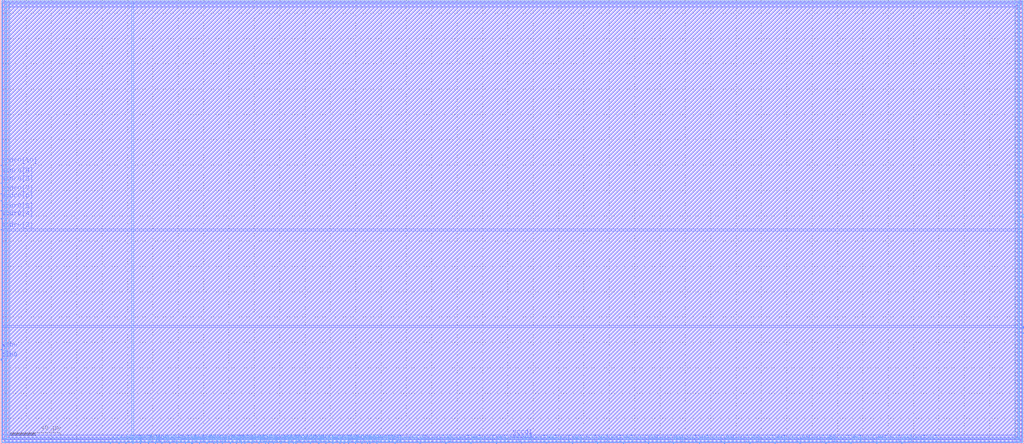
<source format=lef>
VERSION 5.4 ;
NAMESCASESENSITIVE ON ;
BUSBITCHARS "[]" ;
DIVIDERCHAR "/" ;
UNITS
  DATABASE MICRONS 2000 ;
END UNITS
MACRO sram_32_1024_sky130
   CLASS BLOCK ;
   SIZE 806.86 BY 350.58 ;
   SYMMETRY X Y R90 ;
   PIN din0[0]
      DIRECTION INPUT ;
      PORT
         LAYER met4 ;
         RECT  104.04 0.0 104.42 1.06 ;
      END
   END din0[0]
   PIN din0[1]
      DIRECTION INPUT ;
      PORT
         LAYER met4 ;
         RECT  110.16 0.0 110.54 1.06 ;
      END
   END din0[1]
   PIN din0[2]
      DIRECTION INPUT ;
      PORT
         LAYER met4 ;
         RECT  116.28 0.0 116.66 1.06 ;
      END
   END din0[2]
   PIN din0[3]
      DIRECTION INPUT ;
      PORT
         LAYER met4 ;
         RECT  121.72 0.0 122.1 1.06 ;
      END
   END din0[3]
   PIN din0[4]
      DIRECTION INPUT ;
      PORT
         LAYER met4 ;
         RECT  127.16 0.0 127.54 1.06 ;
      END
   END din0[4]
   PIN din0[5]
      DIRECTION INPUT ;
      PORT
         LAYER met4 ;
         RECT  133.28 0.0 133.66 1.06 ;
      END
   END din0[5]
   PIN din0[6]
      DIRECTION INPUT ;
      PORT
         LAYER met4 ;
         RECT  138.72 0.0 139.1 1.06 ;
      END
   END din0[6]
   PIN din0[7]
      DIRECTION INPUT ;
      PORT
         LAYER met4 ;
         RECT  145.52 0.0 145.9 1.06 ;
      END
   END din0[7]
   PIN din0[8]
      DIRECTION INPUT ;
      PORT
         LAYER met4 ;
         RECT  150.28 0.0 150.66 1.06 ;
      END
   END din0[8]
   PIN din0[9]
      DIRECTION INPUT ;
      PORT
         LAYER met4 ;
         RECT  156.4 0.0 156.78 1.06 ;
      END
   END din0[9]
   PIN din0[10]
      DIRECTION INPUT ;
      PORT
         LAYER met4 ;
         RECT  162.52 0.0 162.9 1.06 ;
      END
   END din0[10]
   PIN din0[11]
      DIRECTION INPUT ;
      PORT
         LAYER met4 ;
         RECT  167.96 0.0 168.34 1.06 ;
      END
   END din0[11]
   PIN din0[12]
      DIRECTION INPUT ;
      PORT
         LAYER met4 ;
         RECT  174.76 0.0 175.14 1.06 ;
      END
   END din0[12]
   PIN din0[13]
      DIRECTION INPUT ;
      PORT
         LAYER met4 ;
         RECT  180.88 0.0 181.26 1.06 ;
      END
   END din0[13]
   PIN din0[14]
      DIRECTION INPUT ;
      PORT
         LAYER met4 ;
         RECT  185.64 0.0 186.02 1.06 ;
      END
   END din0[14]
   PIN din0[15]
      DIRECTION INPUT ;
      PORT
         LAYER met4 ;
         RECT  192.44 0.0 192.82 1.06 ;
      END
   END din0[15]
   PIN din0[16]
      DIRECTION INPUT ;
      PORT
         LAYER met4 ;
         RECT  197.88 0.0 198.26 1.06 ;
      END
   END din0[16]
   PIN din0[17]
      DIRECTION INPUT ;
      PORT
         LAYER met4 ;
         RECT  203.32 0.0 203.7 1.06 ;
      END
   END din0[17]
   PIN din0[18]
      DIRECTION INPUT ;
      PORT
         LAYER met4 ;
         RECT  208.76 0.0 209.14 1.06 ;
      END
   END din0[18]
   PIN din0[19]
      DIRECTION INPUT ;
      PORT
         LAYER met4 ;
         RECT  214.88 0.0 215.26 1.06 ;
      END
   END din0[19]
   PIN din0[20]
      DIRECTION INPUT ;
      PORT
         LAYER met4 ;
         RECT  221.0 0.0 221.38 1.06 ;
      END
   END din0[20]
   PIN din0[21]
      DIRECTION INPUT ;
      PORT
         LAYER met4 ;
         RECT  227.12 0.0 227.5 1.06 ;
      END
   END din0[21]
   PIN din0[22]
      DIRECTION INPUT ;
      PORT
         LAYER met4 ;
         RECT  232.56 0.0 232.94 1.06 ;
      END
   END din0[22]
   PIN din0[23]
      DIRECTION INPUT ;
      PORT
         LAYER met4 ;
         RECT  238.0 0.0 238.38 1.06 ;
      END
   END din0[23]
   PIN din0[24]
      DIRECTION INPUT ;
      PORT
         LAYER met4 ;
         RECT  244.12 0.0 244.5 1.06 ;
      END
   END din0[24]
   PIN din0[25]
      DIRECTION INPUT ;
      PORT
         LAYER met4 ;
         RECT  250.92 0.0 251.3 1.06 ;
      END
   END din0[25]
   PIN din0[26]
      DIRECTION INPUT ;
      PORT
         LAYER met4 ;
         RECT  256.36 0.0 256.74 1.06 ;
      END
   END din0[26]
   PIN din0[27]
      DIRECTION INPUT ;
      PORT
         LAYER met4 ;
         RECT  261.8 0.0 262.18 1.06 ;
      END
   END din0[27]
   PIN din0[28]
      DIRECTION INPUT ;
      PORT
         LAYER met4 ;
         RECT  267.24 0.0 267.62 1.06 ;
      END
   END din0[28]
   PIN din0[29]
      DIRECTION INPUT ;
      PORT
         LAYER met4 ;
         RECT  274.04 0.0 274.42 1.06 ;
      END
   END din0[29]
   PIN din0[30]
      DIRECTION INPUT ;
      PORT
         LAYER met4 ;
         RECT  279.48 0.0 279.86 1.06 ;
      END
   END din0[30]
   PIN din0[31]
      DIRECTION INPUT ;
      PORT
         LAYER met4 ;
         RECT  284.92 0.0 285.3 1.06 ;
      END
   END din0[31]
   PIN din0[32]
      DIRECTION INPUT ;
      PORT
         LAYER met4 ;
         RECT  291.04 0.0 291.42 1.06 ;
      END
   END din0[32]
   PIN addr0[0]
      DIRECTION INPUT ;
      PORT
         LAYER met4 ;
         RECT  86.36 0.0 86.74 1.06 ;
      END
   END addr0[0]
   PIN addr0[1]
      DIRECTION INPUT ;
      PORT
         LAYER met4 ;
         RECT  93.16 0.0 93.54 1.06 ;
      END
   END addr0[1]
   PIN addr0[2]
      DIRECTION INPUT ;
      PORT
         LAYER met4 ;
         RECT  98.6 0.0 98.98 1.06 ;
      END
   END addr0[2]
   PIN addr0[3]
      DIRECTION INPUT ;
      PORT
         LAYER met3 ;
         RECT  0.0 168.64 1.06 169.02 ;
      END
   END addr0[3]
   PIN addr0[4]
      DIRECTION INPUT ;
      PORT
         LAYER met3 ;
         RECT  0.0 177.48 1.06 177.86 ;
      END
   END addr0[4]
   PIN addr0[5]
      DIRECTION INPUT ;
      PORT
         LAYER met3 ;
         RECT  0.0 183.6 1.06 183.98 ;
      END
   END addr0[5]
   PIN addr0[6]
      DIRECTION INPUT ;
      PORT
         LAYER met3 ;
         RECT  0.0 191.76 1.06 192.14 ;
      END
   END addr0[6]
   PIN addr0[7]
      DIRECTION INPUT ;
      PORT
         LAYER met3 ;
         RECT  0.0 197.2 1.06 197.58 ;
      END
   END addr0[7]
   PIN addr0[8]
      DIRECTION INPUT ;
      PORT
         LAYER met3 ;
         RECT  0.0 205.36 1.06 205.74 ;
      END
   END addr0[8]
   PIN addr0[9]
      DIRECTION INPUT ;
      PORT
         LAYER met3 ;
         RECT  0.0 211.48 1.06 211.86 ;
      END
   END addr0[9]
   PIN addr0[10]
      DIRECTION INPUT ;
      PORT
         LAYER met3 ;
         RECT  0.0 219.64 1.06 220.02 ;
      END
   END addr0[10]
   PIN csb0
      DIRECTION INPUT ;
      PORT
         LAYER met3 ;
         RECT  0.0 65.96 1.06 66.34 ;
      END
   END csb0
   PIN web0
      DIRECTION INPUT ;
      PORT
         LAYER met3 ;
         RECT  0.0 74.12 1.06 74.5 ;
      END
   END web0
   PIN clk0
      DIRECTION INPUT ;
      PORT
         LAYER met3 ;
         RECT  0.0 66.64 1.06 67.02 ;
      END
   END clk0
   PIN spare_wen0
      DIRECTION INPUT ;
      PORT
         LAYER met4 ;
         RECT  296.48 0.0 296.86 1.06 ;
      END
   END spare_wen0
   PIN dout0[0]
      DIRECTION OUTPUT ;
      PORT
         LAYER met4 ;
         RECT  150.96 0.0 151.34 1.06 ;
      END
   END dout0[0]
   PIN dout0[1]
      DIRECTION OUTPUT ;
      PORT
         LAYER met4 ;
         RECT  170.68 0.0 171.06 1.06 ;
      END
   END dout0[1]
   PIN dout0[2]
      DIRECTION OUTPUT ;
      PORT
         LAYER met4 ;
         RECT  189.72 0.0 190.1 1.06 ;
      END
   END dout0[2]
   PIN dout0[3]
      DIRECTION OUTPUT ;
      PORT
         LAYER met4 ;
         RECT  210.8 0.0 211.18 1.06 ;
      END
   END dout0[3]
   PIN dout0[4]
      DIRECTION OUTPUT ;
      PORT
         LAYER met4 ;
         RECT  230.52 0.0 230.9 1.06 ;
      END
   END dout0[4]
   PIN dout0[5]
      DIRECTION OUTPUT ;
      PORT
         LAYER met4 ;
         RECT  250.24 0.0 250.62 1.06 ;
      END
   END dout0[5]
   PIN dout0[6]
      DIRECTION OUTPUT ;
      PORT
         LAYER met4 ;
         RECT  270.64 0.0 271.02 1.06 ;
      END
   END dout0[6]
   PIN dout0[7]
      DIRECTION OUTPUT ;
      PORT
         LAYER met4 ;
         RECT  289.0 0.0 289.38 1.06 ;
      END
   END dout0[7]
   PIN dout0[8]
      DIRECTION OUTPUT ;
      PORT
         LAYER met4 ;
         RECT  310.76 0.0 311.14 1.06 ;
      END
   END dout0[8]
   PIN dout0[9]
      DIRECTION OUTPUT ;
      PORT
         LAYER met4 ;
         RECT  330.48 0.0 330.86 1.06 ;
      END
   END dout0[9]
   PIN dout0[10]
      DIRECTION OUTPUT ;
      PORT
         LAYER met4 ;
         RECT  350.88 0.0 351.26 1.06 ;
      END
   END dout0[10]
   PIN dout0[11]
      DIRECTION OUTPUT ;
      PORT
         LAYER met4 ;
         RECT  370.6 0.0 370.98 1.06 ;
      END
   END dout0[11]
   PIN dout0[12]
      DIRECTION OUTPUT ;
      PORT
         LAYER met4 ;
         RECT  391.0 0.0 391.38 1.06 ;
      END
   END dout0[12]
   PIN dout0[13]
      DIRECTION OUTPUT ;
      PORT
         LAYER met4 ;
         RECT  410.72 0.0 411.1 1.06 ;
      END
   END dout0[13]
   PIN dout0[14]
      DIRECTION OUTPUT ;
      PORT
         LAYER met4 ;
         RECT  430.44 0.0 430.82 1.06 ;
      END
   END dout0[14]
   PIN dout0[15]
      DIRECTION OUTPUT ;
      PORT
         LAYER met4 ;
         RECT  450.84 0.0 451.22 1.06 ;
      END
   END dout0[15]
   PIN dout0[16]
      DIRECTION OUTPUT ;
      PORT
         LAYER met4 ;
         RECT  470.56 0.0 470.94 1.06 ;
      END
   END dout0[16]
   PIN dout0[17]
      DIRECTION OUTPUT ;
      PORT
         LAYER met4 ;
         RECT  490.96 0.0 491.34 1.06 ;
      END
   END dout0[17]
   PIN dout0[18]
      DIRECTION OUTPUT ;
      PORT
         LAYER met4 ;
         RECT  510.68 0.0 511.06 1.06 ;
      END
   END dout0[18]
   PIN dout0[19]
      DIRECTION OUTPUT ;
      PORT
         LAYER met4 ;
         RECT  530.4 0.0 530.78 1.06 ;
      END
   END dout0[19]
   PIN dout0[20]
      DIRECTION OUTPUT ;
      PORT
         LAYER met4 ;
         RECT  550.8 0.0 551.18 1.06 ;
      END
   END dout0[20]
   PIN dout0[21]
      DIRECTION OUTPUT ;
      PORT
         LAYER met4 ;
         RECT  570.52 0.0 570.9 1.06 ;
      END
   END dout0[21]
   PIN dout0[22]
      DIRECTION OUTPUT ;
      PORT
         LAYER met4 ;
         RECT  590.92 0.0 591.3 1.06 ;
      END
   END dout0[22]
   PIN dout0[23]
      DIRECTION OUTPUT ;
      PORT
         LAYER met4 ;
         RECT  610.64 0.0 611.02 1.06 ;
      END
   END dout0[23]
   PIN dout0[24]
      DIRECTION OUTPUT ;
      PORT
         LAYER met4 ;
         RECT  630.36 0.0 630.74 1.06 ;
      END
   END dout0[24]
   PIN dout0[25]
      DIRECTION OUTPUT ;
      PORT
         LAYER met4 ;
         RECT  650.76 0.0 651.14 1.06 ;
      END
   END dout0[25]
   PIN dout0[26]
      DIRECTION OUTPUT ;
      PORT
         LAYER met4 ;
         RECT  670.48 0.0 670.86 1.06 ;
      END
   END dout0[26]
   PIN dout0[27]
      DIRECTION OUTPUT ;
      PORT
         LAYER met4 ;
         RECT  690.88 0.0 691.26 1.06 ;
      END
   END dout0[27]
   PIN dout0[28]
      DIRECTION OUTPUT ;
      PORT
         LAYER met4 ;
         RECT  710.6 0.0 710.98 1.06 ;
      END
   END dout0[28]
   PIN dout0[29]
      DIRECTION OUTPUT ;
      PORT
         LAYER met3 ;
         RECT  805.8 92.48 806.86 92.86 ;
      END
   END dout0[29]
   PIN dout0[30]
      DIRECTION OUTPUT ;
      PORT
         LAYER met3 ;
         RECT  805.8 91.8 806.86 92.18 ;
      END
   END dout0[30]
   PIN dout0[31]
      DIRECTION OUTPUT ;
      PORT
         LAYER met3 ;
         RECT  805.8 91.12 806.86 91.5 ;
      END
   END dout0[31]
   PIN dout0[32]
      DIRECTION OUTPUT ;
      PORT
         LAYER met3 ;
         RECT  805.8 87.04 806.86 87.42 ;
      END
   END dout0[32]
   PIN vccd1
      DIRECTION INOUT ;
      USE POWER ; 
      SHAPE ABUTMENT ; 
      PORT
         LAYER met3 ;
         RECT  4.76 345.44 802.1 347.18 ;
         LAYER met4 ;
         RECT  4.76 4.76 6.5 347.18 ;
         LAYER met3 ;
         RECT  4.76 4.76 802.1 6.5 ;
         LAYER met4 ;
         RECT  800.36 4.76 802.1 347.18 ;
      END
   END vccd1
   PIN vssd1
      DIRECTION INOUT ;
      USE GROUND ; 
      SHAPE ABUTMENT ; 
      PORT
         LAYER met3 ;
         RECT  1.36 348.84 805.5 350.58 ;
         LAYER met4 ;
         RECT  1.36 1.36 3.1 350.58 ;
         LAYER met3 ;
         RECT  1.36 1.36 805.5 3.1 ;
         LAYER met4 ;
         RECT  803.76 1.36 805.5 350.58 ;
      END
   END vssd1
   OBS
   LAYER  met1 ;
      RECT  0.62 0.62 806.24 349.96 ;
   LAYER  met2 ;
      RECT  0.62 0.62 806.24 349.96 ;
   LAYER  met3 ;
      RECT  1.66 168.04 806.24 169.62 ;
      RECT  0.62 169.62 1.66 176.88 ;
      RECT  0.62 178.46 1.66 183.0 ;
      RECT  0.62 184.58 1.66 191.16 ;
      RECT  0.62 192.74 1.66 196.6 ;
      RECT  0.62 198.18 1.66 204.76 ;
      RECT  0.62 206.34 1.66 210.88 ;
      RECT  0.62 212.46 1.66 219.04 ;
      RECT  0.62 75.1 1.66 168.04 ;
      RECT  0.62 67.62 1.66 73.52 ;
      RECT  1.66 91.88 805.2 93.46 ;
      RECT  1.66 93.46 805.2 168.04 ;
      RECT  805.2 93.46 806.24 168.04 ;
      RECT  805.2 88.02 806.24 90.52 ;
      RECT  1.66 169.62 4.16 344.84 ;
      RECT  1.66 344.84 4.16 347.78 ;
      RECT  4.16 169.62 802.7 344.84 ;
      RECT  802.7 169.62 806.24 344.84 ;
      RECT  802.7 344.84 806.24 347.78 ;
      RECT  1.66 4.16 4.16 7.1 ;
      RECT  1.66 7.1 4.16 91.88 ;
      RECT  4.16 7.1 802.7 91.88 ;
      RECT  802.7 4.16 805.2 7.1 ;
      RECT  802.7 7.1 805.2 91.88 ;
      RECT  0.62 220.62 0.76 348.24 ;
      RECT  0.62 348.24 0.76 349.96 ;
      RECT  0.76 220.62 1.66 348.24 ;
      RECT  1.66 347.78 4.16 348.24 ;
      RECT  4.16 347.78 802.7 348.24 ;
      RECT  802.7 347.78 806.1 348.24 ;
      RECT  806.1 347.78 806.24 348.24 ;
      RECT  806.1 348.24 806.24 349.96 ;
      RECT  0.62 0.62 0.76 0.76 ;
      RECT  0.62 0.76 0.76 3.7 ;
      RECT  0.62 3.7 0.76 65.36 ;
      RECT  0.76 0.62 1.66 0.76 ;
      RECT  0.76 3.7 1.66 65.36 ;
      RECT  805.2 0.62 806.1 0.76 ;
      RECT  805.2 3.7 806.1 86.44 ;
      RECT  806.1 0.62 806.24 0.76 ;
      RECT  806.1 0.76 806.24 3.7 ;
      RECT  806.1 3.7 806.24 86.44 ;
      RECT  1.66 0.62 4.16 0.76 ;
      RECT  1.66 3.7 4.16 4.16 ;
      RECT  4.16 0.62 802.7 0.76 ;
      RECT  4.16 3.7 802.7 4.16 ;
      RECT  802.7 0.62 805.2 0.76 ;
      RECT  802.7 3.7 805.2 4.16 ;
   LAYER  met4 ;
      RECT  103.44 1.66 105.02 349.96 ;
      RECT  105.02 0.62 109.56 1.66 ;
      RECT  111.14 0.62 115.68 1.66 ;
      RECT  117.26 0.62 121.12 1.66 ;
      RECT  122.7 0.62 126.56 1.66 ;
      RECT  128.14 0.62 132.68 1.66 ;
      RECT  134.26 0.62 138.12 1.66 ;
      RECT  139.7 0.62 144.92 1.66 ;
      RECT  146.5 0.62 149.68 1.66 ;
      RECT  157.38 0.62 161.92 1.66 ;
      RECT  163.5 0.62 167.36 1.66 ;
      RECT  175.74 0.62 180.28 1.66 ;
      RECT  181.86 0.62 185.04 1.66 ;
      RECT  193.42 0.62 197.28 1.66 ;
      RECT  198.86 0.62 202.72 1.66 ;
      RECT  204.3 0.62 208.16 1.66 ;
      RECT  215.86 0.62 220.4 1.66 ;
      RECT  221.98 0.62 226.52 1.66 ;
      RECT  233.54 0.62 237.4 1.66 ;
      RECT  238.98 0.62 243.52 1.66 ;
      RECT  251.9 0.62 255.76 1.66 ;
      RECT  257.34 0.62 261.2 1.66 ;
      RECT  262.78 0.62 266.64 1.66 ;
      RECT  275.02 0.62 278.88 1.66 ;
      RECT  280.46 0.62 284.32 1.66 ;
      RECT  87.34 0.62 92.56 1.66 ;
      RECT  94.14 0.62 98.0 1.66 ;
      RECT  99.58 0.62 103.44 1.66 ;
      RECT  292.02 0.62 295.88 1.66 ;
      RECT  151.94 0.62 155.8 1.66 ;
      RECT  168.94 0.62 170.08 1.66 ;
      RECT  171.66 0.62 174.16 1.66 ;
      RECT  186.62 0.62 189.12 1.66 ;
      RECT  190.7 0.62 191.84 1.66 ;
      RECT  209.74 0.62 210.2 1.66 ;
      RECT  211.78 0.62 214.28 1.66 ;
      RECT  228.1 0.62 229.92 1.66 ;
      RECT  231.5 0.62 231.96 1.66 ;
      RECT  245.1 0.62 249.64 1.66 ;
      RECT  268.22 0.62 270.04 1.66 ;
      RECT  271.62 0.62 273.44 1.66 ;
      RECT  285.9 0.62 288.4 1.66 ;
      RECT  289.98 0.62 290.44 1.66 ;
      RECT  297.46 0.62 310.16 1.66 ;
      RECT  311.74 0.62 329.88 1.66 ;
      RECT  331.46 0.62 350.28 1.66 ;
      RECT  351.86 0.62 370.0 1.66 ;
      RECT  371.58 0.62 390.4 1.66 ;
      RECT  391.98 0.62 410.12 1.66 ;
      RECT  411.7 0.62 429.84 1.66 ;
      RECT  431.42 0.62 450.24 1.66 ;
      RECT  451.82 0.62 469.96 1.66 ;
      RECT  471.54 0.62 490.36 1.66 ;
      RECT  491.94 0.62 510.08 1.66 ;
      RECT  511.66 0.62 529.8 1.66 ;
      RECT  531.38 0.62 550.2 1.66 ;
      RECT  551.78 0.62 569.92 1.66 ;
      RECT  571.5 0.62 590.32 1.66 ;
      RECT  591.9 0.62 610.04 1.66 ;
      RECT  611.62 0.62 629.76 1.66 ;
      RECT  631.34 0.62 650.16 1.66 ;
      RECT  651.74 0.62 669.88 1.66 ;
      RECT  671.46 0.62 690.28 1.66 ;
      RECT  691.86 0.62 710.0 1.66 ;
      RECT  4.16 1.66 7.1 4.16 ;
      RECT  4.16 347.78 7.1 349.96 ;
      RECT  7.1 1.66 103.44 4.16 ;
      RECT  7.1 4.16 103.44 347.78 ;
      RECT  7.1 347.78 103.44 349.96 ;
      RECT  105.02 1.66 799.76 4.16 ;
      RECT  105.02 4.16 799.76 347.78 ;
      RECT  105.02 347.78 799.76 349.96 ;
      RECT  799.76 1.66 802.7 4.16 ;
      RECT  799.76 347.78 802.7 349.96 ;
      RECT  0.62 0.62 0.76 0.76 ;
      RECT  0.62 0.76 0.76 1.66 ;
      RECT  0.76 0.62 3.7 0.76 ;
      RECT  3.7 0.62 85.76 0.76 ;
      RECT  3.7 0.76 85.76 1.66 ;
      RECT  0.62 1.66 0.76 4.16 ;
      RECT  3.7 1.66 4.16 4.16 ;
      RECT  0.62 4.16 0.76 347.78 ;
      RECT  3.7 4.16 4.16 347.78 ;
      RECT  0.62 347.78 0.76 349.96 ;
      RECT  3.7 347.78 4.16 349.96 ;
      RECT  711.58 0.62 803.16 0.76 ;
      RECT  711.58 0.76 803.16 1.66 ;
      RECT  803.16 0.62 806.1 0.76 ;
      RECT  806.1 0.62 806.24 0.76 ;
      RECT  806.1 0.76 806.24 1.66 ;
      RECT  802.7 1.66 803.16 4.16 ;
      RECT  806.1 1.66 806.24 4.16 ;
      RECT  802.7 4.16 803.16 347.78 ;
      RECT  806.1 4.16 806.24 347.78 ;
      RECT  802.7 347.78 803.16 349.96 ;
      RECT  806.1 347.78 806.24 349.96 ;
   END
END    sram_32_1024_sky130
END    LIBRARY

</source>
